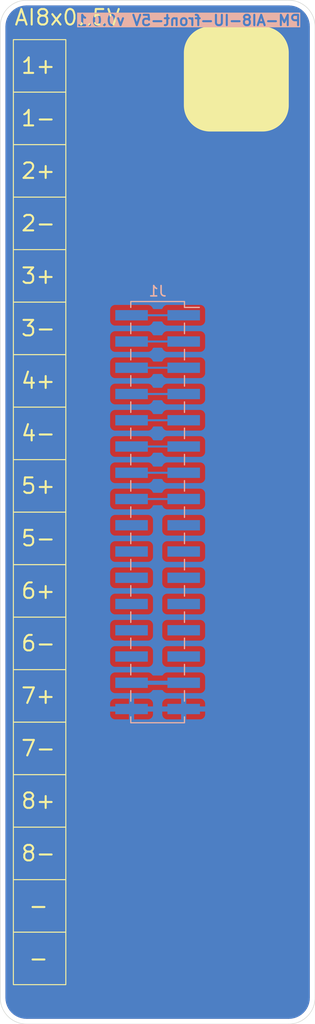
<source format=kicad_pcb>
(kicad_pcb (version 20240108) (generator "pcbnew") (generator_version "8.0")
  (layers (0 "F.Cu" signal) (31 "B.Cu" signal) (34 "B.Paste" user) (35 "F.Paste" user) (36 "B.SilkS" user "B.Silkscreen") (37 "F.SilkS" user "F.Silkscreen") (38 "B.Mask" user) (39 "F.Mask" user) (44 "Edge.Cuts" user))
  (net 0 "")
  (net 5 "/IN3")
  (net 6 "/IN4")
  (net 13 "/IN6")
  (net 16 "GND")
  (net 17 "/IN1")
  (net 18 "/IN7")
  (net 19 "/IN8")
  (net 20 "+5V")
  (net 21 "/IN5")
  (net 22 "/IN2")
  (footprint "Connector_PinHeader_2.54mm:PinHeader_2x16_P2.54mm_Vertical_SMD" (layer "B.Cu") (at 66.04 100.33 180)
    (property "Reference" "J1" (at 0 21.38 0) (layer "B.SilkS") (effects (justify mirror)))
    (property "Value" "PinHeader P2.54 02x16 SMD Straight")
    (fp_line (start 2.6 20.38) (end -2.6 20.38) (stroke (width 0.12)) (layer "B.SilkS"))
    (fp_line (start 2.6 19.81) (end 2.6 20.38) (stroke (width 0.12)) (layer "B.SilkS"))
    (fp_line (start 2.6 17.27) (end 2.6 18.29) (stroke (width 0.12)) (layer "B.SilkS"))
    (fp_line (start 2.6 14.73) (end 2.6 15.75) (stroke (width 0.12)) (layer "B.SilkS"))
    (fp_line (start 2.6 12.19) (end 2.6 13.21) (stroke (width 0.12)) (layer "B.SilkS"))
    (fp_line (start 2.6 9.65) (end 2.6 10.67) (stroke (width 0.12)) (layer "B.SilkS"))
    (fp_line (start 2.6 7.11) (end 2.6 8.13) (stroke (width 0.12)) (layer "B.SilkS"))
    (fp_line (start 2.6 4.57) (end 2.6 5.59) (stroke (width 0.12)) (layer "B.SilkS"))
    (fp_line (start 2.6 2.03) (end 2.6 3.05) (stroke (width 0.12)) (layer "B.SilkS"))
    (fp_line (start 2.6 -0.51) (end 2.6 0.51) (stroke (width 0.12)) (layer "B.SilkS"))
    (fp_line (start 2.6 -3.05) (end 2.6 -2.03) (stroke (width 0.12)) (layer "B.SilkS"))
    (fp_line (start 2.6 -5.59) (end 2.6 -4.57) (stroke (width 0.12)) (layer "B.SilkS"))
    (fp_line (start 2.6 -8.13) (end 2.6 -7.11) (stroke (width 0.12)) (layer "B.SilkS"))
    (fp_line (start 2.6 -10.67) (end 2.6 -9.65) (stroke (width 0.12)) (layer "B.SilkS"))
    (fp_line (start 2.6 -13.21) (end 2.6 -12.19) (stroke (width 0.12)) (layer "B.SilkS"))
    (fp_line (start 2.6 -15.75) (end 2.6 -14.73) (stroke (width 0.12)) (layer "B.SilkS"))
    (fp_line (start 2.6 -18.29) (end 2.6 -17.27) (stroke (width 0.12)) (layer "B.SilkS"))
    (fp_line (start 2.6 -20.38) (end 2.6 -19.81) (stroke (width 0.12)) (layer "B.SilkS"))
    (fp_line (start 2.6 -20.38) (end -2.6 -20.38) (stroke (width 0.12)) (layer "B.SilkS"))
    (fp_line (start -2.6 19.81) (end -2.6 20.38) (stroke (width 0.12)) (layer "B.SilkS"))
    (fp_line (start -2.6 19.81) (end -4.04 19.81) (stroke (width 0.12)) (layer "B.SilkS"))
    (fp_line (start -2.6 17.27) (end -2.6 18.29) (stroke (width 0.12)) (layer "B.SilkS"))
    (fp_line (start -2.6 14.73) (end -2.6 15.75) (stroke (width 0.12)) (layer "B.SilkS"))
    (fp_line (start -2.6 12.19) (end -2.6 13.21) (stroke (width 0.12)) (layer "B.SilkS"))
    (fp_line (start -2.6 9.65) (end -2.6 10.67) (stroke (width 0.12)) (layer "B.SilkS"))
    (fp_line (start -2.6 7.11) (end -2.6 8.13) (stroke (width 0.12)) (layer "B.SilkS"))
    (fp_line (start -2.6 4.57) (end -2.6 5.59) (stroke (width 0.12)) (layer "B.SilkS"))
    (fp_line (start -2.6 2.03) (end -2.6 3.05) (stroke (width 0.12)) (layer "B.SilkS"))
    (fp_line (start -2.6 -0.51) (end -2.6 0.51) (stroke (width 0.12)) (layer "B.SilkS"))
    (fp_line (start -2.6 -3.05) (end -2.6 -2.03) (stroke (width 0.12)) (layer "B.SilkS"))
    (fp_line (start -2.6 -5.59) (end -2.6 -4.57) (stroke (width 0.12)) (layer "B.SilkS"))
    (fp_line (start -2.6 -8.13) (end -2.6 -7.11) (stroke (width 0.12)) (layer "B.SilkS"))
    (fp_line (start -2.6 -10.67) (end -2.6 -9.65) (stroke (width 0.12)) (layer "B.SilkS"))
    (fp_line (start -2.6 -13.21) (end -2.6 -12.19) (stroke (width 0.12)) (layer "B.SilkS"))
    (fp_line (start -2.6 -15.75) (end -2.6 -14.73) (stroke (width 0.12)) (layer "B.SilkS"))
    (fp_line (start -2.6 -18.29) (end -2.6 -17.27) (stroke (width 0.12)) (layer "B.SilkS"))
    (fp_line (start -2.6 -20.38) (end -2.6 -19.81) (stroke (width 0.12)) (layer "B.SilkS"))
    (pad "1" smd rect (at -2.525 19.05 180) (size 3.15 1) (layers "B.Cu" "B.Paste" "B.Mask") (net 17 "/IN1"))
    (pad "2" smd rect (at 2.525 19.05 180) (size 3.15 1) (layers "B.Cu" "B.Paste" "B.Mask") (net 17 "/IN1"))
    (pad "3" smd rect (at -2.525 16.51 180) (size 3.15 1) (layers "B.Cu" "B.Paste" "B.Mask") (net 22 "/IN2"))
    (pad "4" smd rect (at 2.525 16.51 180) (size 3.15 1) (layers "B.Cu" "B.Paste" "B.Mask") (net 22 "/IN2"))
    (pad "5" smd rect (at -2.525 13.97 180) (size 3.15 1) (layers "B.Cu" "B.Paste" "B.Mask") (net 5 "/IN3"))
    (pad "6" smd rect (at 2.525 13.97 180) (size 3.15 1) (layers "B.Cu" "B.Paste" "B.Mask") (net 5 "/IN3"))
    (pad "7" smd rect (at -2.525 11.43 180) (size 3.15 1) (layers "B.Cu" "B.Paste" "B.Mask") (net 6 "/IN4"))
    (pad "8" smd rect (at 2.525 11.43 180) (size 3.15 1) (layers "B.Cu" "B.Paste" "B.Mask") (net 6 "/IN4"))
    (pad "9" smd rect (at -2.525 8.89 180) (size 3.15 1) (layers "B.Cu" "B.Paste" "B.Mask") (net 21 "/IN5"))
    (pad "10" smd rect (at 2.525 8.89 180) (size 3.15 1) (layers "B.Cu" "B.Paste" "B.Mask") (net 21 "/IN5"))
    (pad "11" smd rect (at -2.525 6.35 180) (size 3.15 1) (layers "B.Cu" "B.Paste" "B.Mask") (net 13 "/IN6"))
    (pad "12" smd rect (at 2.525 6.35 180) (size 3.15 1) (layers "B.Cu" "B.Paste" "B.Mask") (net 13 "/IN6"))
    (pad "13" smd rect (at -2.525 3.81 180) (size 3.15 1) (layers "B.Cu" "B.Paste" "B.Mask") (net 18 "/IN7"))
    (pad "14" smd rect (at 2.525 3.81 180) (size 3.15 1) (layers "B.Cu" "B.Paste" "B.Mask") (net 18 "/IN7"))
    (pad "15" smd rect (at -2.525 1.27 180) (size 3.15 1) (layers "B.Cu" "B.Paste" "B.Mask") (net 19 "/IN8"))
    (pad "16" smd rect (at 2.525 1.27 180) (size 3.15 1) (layers "B.Cu" "B.Paste" "B.Mask") (net 19 "/IN8"))
    (pad "17" smd rect (at -2.525 -1.27 180) (size 3.15 1) (layers "B.Cu" "B.Paste" "B.Mask"))
    (pad "18" smd rect (at 2.525 -1.27 180) (size 3.15 1) (layers "B.Cu" "B.Paste" "B.Mask"))
    (pad "19" smd rect (at -2.525 -3.81 180) (size 3.15 1) (layers "B.Cu" "B.Paste" "B.Mask"))
    (pad "20" smd rect (at 2.525 -3.81 180) (size 3.15 1) (layers "B.Cu" "B.Paste" "B.Mask"))
    (pad "21" smd rect (at -2.525 -6.35 180) (size 3.15 1) (layers "B.Cu" "B.Paste" "B.Mask"))
    (pad "22" smd rect (at 2.525 -6.35 180) (size 3.15 1) (layers "B.Cu" "B.Paste" "B.Mask"))
    (pad "23" smd rect (at -2.525 -8.89 180) (size 3.15 1) (layers "B.Cu" "B.Paste" "B.Mask"))
    (pad "24" smd rect (at 2.525 -8.89 180) (size 3.15 1) (layers "B.Cu" "B.Paste" "B.Mask"))
    (pad "25" smd rect (at -2.525 -11.43 180) (size 3.15 1) (layers "B.Cu" "B.Paste" "B.Mask"))
    (pad "26" smd rect (at 2.525 -11.43 180) (size 3.15 1) (layers "B.Cu" "B.Paste" "B.Mask"))
    (pad "27" smd rect (at -2.525 -13.97 180) (size 3.15 1) (layers "B.Cu" "B.Paste" "B.Mask"))
    (pad "28" smd rect (at 2.525 -13.97 180) (size 3.15 1) (layers "B.Cu" "B.Paste" "B.Mask"))
    (pad "29" smd rect (at -2.525 -16.51 180) (size 3.15 1) (layers "B.Cu" "B.Paste" "B.Mask") (net 20 "+5V"))
    (pad "30" smd rect (at 2.525 -16.51 180) (size 3.15 1) (layers "B.Cu" "B.Paste" "B.Mask") (net 20 "+5V"))
    (pad "31" smd rect (at -2.525 -19.05 180) (size 3.15 1) (layers "B.Cu" "B.Paste" "B.Mask") (net 16 "GND"))
    (pad "32" smd rect (at 2.525 -19.05 180) (size 3.15 1) (layers "B.Cu" "B.Paste" "B.Mask") (net 16 "GND"))
  )
  (gr_rect (start 52.07 140.97) (end 57.15 146.05) (stroke (width 0.1)) (fill none) (layer "F.SilkS"))
  (gr_rect (start 52.07 130.81) (end 57.15 135.89) (stroke (width 0.1)) (fill none) (layer "F.SilkS"))
  (gr_rect (start 52.07 90.17) (end 57.15 95.25) (stroke (width 0.1)) (fill none) (layer "F.SilkS"))
  (gr_rect (start 52.07 74.93) (end 57.15 80.01) (stroke (width 0.1)) (fill none) (layer "F.SilkS"))
  (gr_rect (start 52.07 110.49) (end 57.15 115.57) (stroke (width 0.1)) (fill none) (layer "F.SilkS"))
  (gr_rect (start 52.07 125.73) (end 57.15 130.81) (stroke (width 0.1)) (fill none) (layer "F.SilkS"))
  (gr_rect (start 52.07 54.61) (end 57.15 59.69) (stroke (width 0.1)) (fill none) (layer "F.SilkS"))
  (gr_rect (start 52.07 95.25) (end 57.15 100.33) (stroke (width 0.1)) (fill none) (layer "F.SilkS"))
  (gr_rect (start 52.07 80.01) (end 57.15 85.09) (stroke (width 0.1)) (fill none) (layer "F.SilkS"))
  (gr_rect (start 52.07 115.57) (end 57.15 120.65) (stroke (width 0.1)) (fill none) (layer "F.SilkS"))
  (gr_rect (start 52.07 105.41) (end 57.15 110.49) (stroke (width 0.1)) (fill none) (layer "F.SilkS"))
  (gr_rect (start 52.07 85.09) (end 57.15 90.17) (stroke (width 0.1)) (fill none) (layer "F.SilkS"))
  (gr_poly (pts (arc (start 68.58 60.96) (mid 69.323949 62.756051) (end 71.12 63.5)) (arc (start 76.2 63.5) (mid 77.996051 62.756051) (end 78.74 60.96)) (arc (start 78.74 55.88) (mid 77.996051 54.083949) (end 76.2 53.34)) (arc (start 71.12 53.34) (mid 69.323949 54.083949) (end 68.58 55.88))) (fill solid) (layer "F.SilkS"))
  (gr_rect (start 52.07 64.77) (end 57.15 69.85) (stroke (width 0.1)) (fill none) (layer "F.SilkS"))
  (gr_rect (start 52.07 135.89) (end 57.15 140.97) (stroke (width 0.1)) (fill none) (layer "F.SilkS"))
  (gr_rect (start 52.07 59.69) (end 57.15 64.77) (stroke (width 0.1)) (fill none) (layer "F.SilkS"))
  (gr_rect (start 52.07 120.65) (end 57.15 125.73) (stroke (width 0.1)) (fill none) (layer "F.SilkS"))
  (gr_rect (start 52.07 69.85) (end 57.15 74.93) (stroke (width 0.1)) (fill none) (layer "F.SilkS"))
  (gr_rect (start 52.07 100.33) (end 57.15 105.41) (stroke (width 0.1)) (fill none) (layer "F.SilkS"))
  (gr_line (start 81.28 53.34) (end 81.28 147.32) (stroke (width 0.05)) (layer "Edge.Cuts"))
  (gr_arc (start 78.74 50.8) (mid 80.536051 51.543949) (end 81.28 53.34) (stroke (width 0.05)) (layer "Edge.Cuts"))
  (gr_arc (start 81.28 147.32) (mid 80.536051 149.116051) (end 78.74 149.86) (stroke (width 0.05)) (layer "Edge.Cuts"))
  (gr_line (start 78.74 149.86) (end 53.34 149.86) (stroke (width 0.05)) (layer "Edge.Cuts"))
  (gr_arc (start 53.34 149.86) (mid 51.543949 149.116051) (end 50.8 147.32) (stroke (width 0.05)) (layer "Edge.Cuts"))
  (gr_line (start 53.34 50.8) (end 78.74 50.8) (stroke (width 0.05)) (layer "Edge.Cuts"))
  (gr_arc (start 50.8 53.34) (mid 51.543949 51.543949) (end 53.34 50.8) (stroke (width 0.05)) (layer "Edge.Cuts"))
  (gr_line (start 50.8 147.32) (end 50.8 53.34) (stroke (width 0.05)) (layer "Edge.Cuts"))
  (gr_text "PM-AI8-IU-front-5V v0.0.1" (at 80.01 53.34 0) (layer "B.SilkS" knockout) (effects (font (size 1 1) (thickness 0.2) (bold yes)) (justify left bottom mirror)))
  (gr_text "5-" (at 52.71 103.7415 0) (layer "F.SilkS") (effects (font (size 1.5 1.5) (thickness 0.2)) (justify left bottom)))
  (gr_text "-" (at 54.502857 144.3815 0) (layer "F.SilkS") (effects (font (size 1.5 1.5) (thickness 0.2)) (justify bottom)))
  (gr_text "8+" (at 52.71 129.1415 0) (layer "F.SilkS") (effects (font (size 1.5 1.5) (thickness 0.2)) (justify left bottom)))
  (gr_text "3+" (at 52.71 78.3415 0) (layer "F.SilkS") (effects (font (size 1.5 1.5) (thickness 0.2)) (justify left bottom)))
  (gr_text "2-" (at 52.71 73.2615 0) (layer "F.SilkS") (effects (font (size 1.5 1.5) (thickness 0.2)) (justify left bottom)))
  (gr_text "4-" (at 52.71 93.5815 0) (layer "F.SilkS") (effects (font (size 1.5 1.5) (thickness 0.2)) (justify left bottom)))
  (gr_text "7+" (at 52.71 118.9815 0) (layer "F.SilkS") (effects (font (size 1.5 1.5) (thickness 0.2)) (justify left bottom)))
  (gr_text "-" (at 54.502857 139.3015 0) (layer "F.SilkS") (effects (font (size 1.5 1.5) (thickness 0.2)) (justify bottom)))
  (gr_text "AI8x0..5V" (at 52.07 53.34 0) (layer "F.SilkS") (effects (font (size 1.5 1.5) (thickness 0.2)) (justify left bottom)))
  (gr_text "4+" (at 52.71 88.5015 0) (layer "F.SilkS") (effects (font (size 1.5 1.5) (thickness 0.2)) (justify left bottom)))
  (gr_text "8-" (at 52.71 134.2215 0) (layer "F.SilkS") (effects (font (size 1.5 1.5) (thickness 0.2)) (justify left bottom)))
  (gr_text "6-" (at 52.71 113.9015 0) (layer "F.SilkS") (effects (font (size 1.5 1.5) (thickness 0.2)) (justify left bottom)))
  (gr_text "7-" (at 52.71 124.0615 0) (layer "F.SilkS") (effects (font (size 1.5 1.5) (thickness 0.2)) (justify left bottom)))
  (gr_text "2+" (at 52.71 68.1815 0) (layer "F.SilkS") (effects (font (size 1.5 1.5) (thickness 0.2)) (justify left bottom)))
  (gr_text "1+" (at 52.71 58.0215 0) (layer "F.SilkS") (effects (font (size 1.5 1.5) (thickness 0.2)) (justify left bottom)))
  (gr_text "1-" (at 52.71 63.1015 0) (layer "F.SilkS") (effects (font (size 1.5 1.5) (thickness 0.2)) (justify left bottom)))
  (gr_text "6+" (at 52.71 108.8215 0) (layer "F.SilkS") (effects (font (size 1.5 1.5) (thickness 0.2)) (justify left bottom)))
  (gr_text "3-" (at 52.71 83.4215 0) (layer "F.SilkS") (effects (font (size 1.5 1.5) (thickness 0.2)) (justify left bottom)))
  (gr_text "5+" (at 52.71 98.6615 0) (layer "F.SilkS") (effects (font (size 1.5 1.5) (thickness 0.2)) (justify left bottom)))
  (segment (start 63.515 86.36) (end 68.565 86.36) (width 0.2) (layer "B.Cu") (net 5))
  (segment (start 63.515 88.9) (end 68.565 88.9) (width 0.2) (layer "B.Cu") (net 6))
  (segment (start 63.515 93.98) (end 68.565 93.98) (width 0.2) (layer "B.Cu") (net 13))
  (segment (start 63.515 81.28) (end 68.565 81.28) (width 0.2) (layer "B.Cu") (net 17))
  (segment (start 63.515 96.52) (end 68.565 96.52) (width 0.2) (layer "B.Cu") (net 18))
  (segment (start 63.515 99.06) (end 68.565 99.06) (width 0.2) (layer "B.Cu") (net 19))
  (segment (start 63.515 116.84) (end 68.565 116.84) (width 0.4) (layer "B.Cu") (net 20))
  (segment (start 63.515 91.44) (end 68.565 91.44) (width 0.2) (layer "B.Cu") (net 21))
  (segment (start 63.515 83.82) (end 68.565 83.82) (width 0.2) (layer "B.Cu") (net 22))
  (zone (net 16) (net_name "GND") (layer "F.Cu") (priority 1) (connect_pads (clearance 0.5)) (min_thickness 0.25) (fill yes (thermal_gap 0.5) (thermal_bridge_width 0.5))
    (polygon (pts (xy 50.8 50.8) (xy 81.28 50.8) (xy 81.28 149.86) (xy 50.8 149.86)))
  )
  (zone (net 16) (net_name "GND") (layer "B.Cu") (connect_pads (clearance 0.5)) (min_thickness 0.25) (fill yes (thermal_gap 0.5) (thermal_bridge_width 0.5))
    (polygon (pts (xy 50.8 50.8) (xy 81.28 50.8) (xy 81.28 149.86) (xy 50.8 149.86)))
  )
)
</source>
